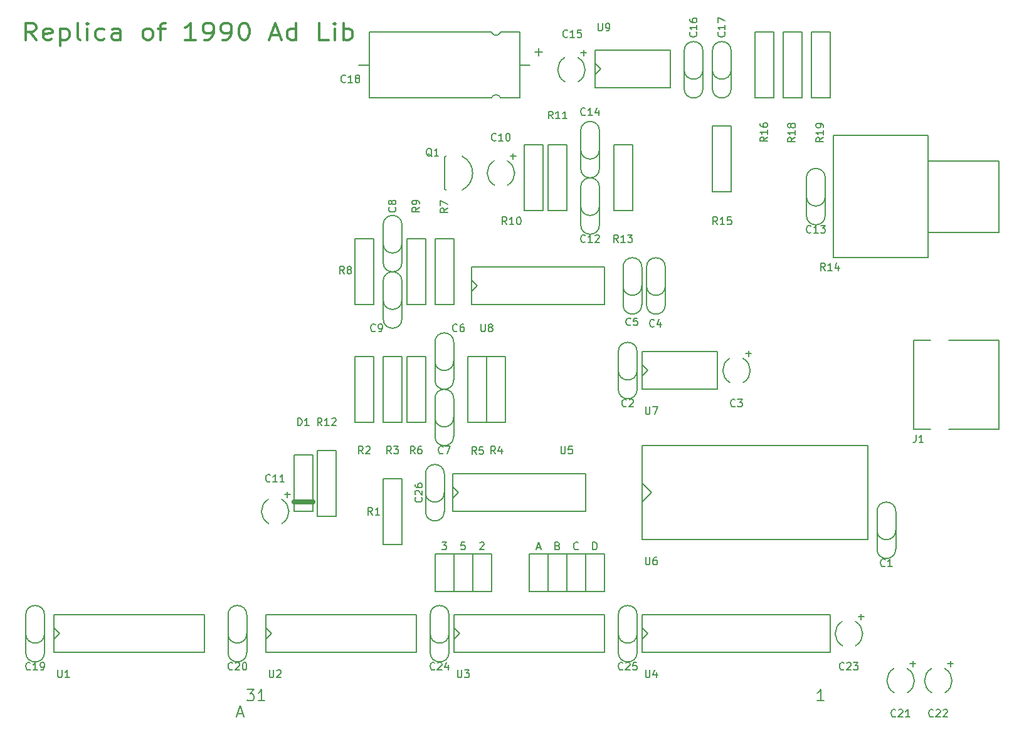
<source format=gto>
G04 #@! TF.FileFunction,Legend,Top*
%FSLAX46Y46*%
G04 Gerber Fmt 4.6, Leading zero omitted, Abs format (unit mm)*
G04 Created by KiCad (PCBNEW 4.0.7) date 07/16/18 15:38:04*
%MOMM*%
%LPD*%
G01*
G04 APERTURE LIST*
%ADD10C,0.100000*%
%ADD11C,0.152400*%
%ADD12C,0.300000*%
%ADD13C,0.635000*%
%ADD14C,0.150000*%
G04 APERTURE END LIST*
D10*
D11*
X100348143Y-124460000D02*
X101073857Y-124460000D01*
X100203000Y-124895429D02*
X100711000Y-123371429D01*
X101219000Y-124895429D01*
X101636285Y-121212429D02*
X102579714Y-121212429D01*
X102071714Y-121793000D01*
X102289428Y-121793000D01*
X102434571Y-121865571D01*
X102507142Y-121938143D01*
X102579714Y-122083286D01*
X102579714Y-122446143D01*
X102507142Y-122591286D01*
X102434571Y-122663857D01*
X102289428Y-122736429D01*
X101854000Y-122736429D01*
X101708857Y-122663857D01*
X101636285Y-122591286D01*
X104031143Y-122736429D02*
X103160286Y-122736429D01*
X103595714Y-122736429D02*
X103595714Y-121212429D01*
X103450571Y-121430143D01*
X103305429Y-121575286D01*
X103160286Y-121647857D01*
X179505429Y-122736429D02*
X178634572Y-122736429D01*
X179070000Y-122736429D02*
X179070000Y-121212429D01*
X178924857Y-121430143D01*
X178779715Y-121575286D01*
X178634572Y-121647857D01*
X148323905Y-102313619D02*
X148323905Y-101297619D01*
X148565810Y-101297619D01*
X148710952Y-101346000D01*
X148807714Y-101442762D01*
X148856095Y-101539524D01*
X148904476Y-101733048D01*
X148904476Y-101878190D01*
X148856095Y-102071714D01*
X148807714Y-102168476D01*
X148710952Y-102265238D01*
X148565810Y-102313619D01*
X148323905Y-102313619D01*
X146364476Y-102216857D02*
X146316095Y-102265238D01*
X146170952Y-102313619D01*
X146074190Y-102313619D01*
X145929048Y-102265238D01*
X145832286Y-102168476D01*
X145783905Y-102071714D01*
X145735524Y-101878190D01*
X145735524Y-101733048D01*
X145783905Y-101539524D01*
X145832286Y-101442762D01*
X145929048Y-101346000D01*
X146074190Y-101297619D01*
X146170952Y-101297619D01*
X146316095Y-101346000D01*
X146364476Y-101394381D01*
X143582571Y-101781429D02*
X143727714Y-101829810D01*
X143776095Y-101878190D01*
X143824476Y-101974952D01*
X143824476Y-102120095D01*
X143776095Y-102216857D01*
X143727714Y-102265238D01*
X143630952Y-102313619D01*
X143243905Y-102313619D01*
X143243905Y-101297619D01*
X143582571Y-101297619D01*
X143679333Y-101346000D01*
X143727714Y-101394381D01*
X143776095Y-101491143D01*
X143776095Y-101587905D01*
X143727714Y-101684667D01*
X143679333Y-101733048D01*
X143582571Y-101781429D01*
X143243905Y-101781429D01*
X140728096Y-102023333D02*
X141211905Y-102023333D01*
X140631334Y-102313619D02*
X140970001Y-101297619D01*
X141308667Y-102313619D01*
X133059715Y-101394381D02*
X133108096Y-101346000D01*
X133204858Y-101297619D01*
X133446762Y-101297619D01*
X133543524Y-101346000D01*
X133591905Y-101394381D01*
X133640286Y-101491143D01*
X133640286Y-101587905D01*
X133591905Y-101733048D01*
X133011334Y-102313619D01*
X133640286Y-102313619D01*
X131051905Y-101297619D02*
X130568096Y-101297619D01*
X130519715Y-101781429D01*
X130568096Y-101733048D01*
X130664858Y-101684667D01*
X130906762Y-101684667D01*
X131003524Y-101733048D01*
X131051905Y-101781429D01*
X131100286Y-101878190D01*
X131100286Y-102120095D01*
X131051905Y-102216857D01*
X131003524Y-102265238D01*
X130906762Y-102313619D01*
X130664858Y-102313619D01*
X130568096Y-102265238D01*
X130519715Y-102216857D01*
X127931334Y-101297619D02*
X128560286Y-101297619D01*
X128221620Y-101684667D01*
X128366762Y-101684667D01*
X128463524Y-101733048D01*
X128511905Y-101781429D01*
X128560286Y-101878190D01*
X128560286Y-102120095D01*
X128511905Y-102216857D01*
X128463524Y-102265238D01*
X128366762Y-102313619D01*
X128076477Y-102313619D01*
X127979715Y-102265238D01*
X127931334Y-102216857D01*
D12*
X73176190Y-33419143D02*
X72329524Y-32330571D01*
X71724762Y-33419143D02*
X71724762Y-31133143D01*
X72692381Y-31133143D01*
X72934286Y-31242000D01*
X73055238Y-31350857D01*
X73176190Y-31568571D01*
X73176190Y-31895143D01*
X73055238Y-32112857D01*
X72934286Y-32221714D01*
X72692381Y-32330571D01*
X71724762Y-32330571D01*
X75232381Y-33310286D02*
X74990476Y-33419143D01*
X74506667Y-33419143D01*
X74264762Y-33310286D01*
X74143810Y-33092571D01*
X74143810Y-32221714D01*
X74264762Y-32004000D01*
X74506667Y-31895143D01*
X74990476Y-31895143D01*
X75232381Y-32004000D01*
X75353333Y-32221714D01*
X75353333Y-32439429D01*
X74143810Y-32657143D01*
X76441905Y-31895143D02*
X76441905Y-34181143D01*
X76441905Y-32004000D02*
X76683810Y-31895143D01*
X77167619Y-31895143D01*
X77409524Y-32004000D01*
X77530476Y-32112857D01*
X77651429Y-32330571D01*
X77651429Y-32983714D01*
X77530476Y-33201429D01*
X77409524Y-33310286D01*
X77167619Y-33419143D01*
X76683810Y-33419143D01*
X76441905Y-33310286D01*
X79102857Y-33419143D02*
X78860952Y-33310286D01*
X78740000Y-33092571D01*
X78740000Y-31133143D01*
X80070476Y-33419143D02*
X80070476Y-31895143D01*
X80070476Y-31133143D02*
X79949524Y-31242000D01*
X80070476Y-31350857D01*
X80191428Y-31242000D01*
X80070476Y-31133143D01*
X80070476Y-31350857D01*
X82368571Y-33310286D02*
X82126667Y-33419143D01*
X81642857Y-33419143D01*
X81400952Y-33310286D01*
X81280000Y-33201429D01*
X81159048Y-32983714D01*
X81159048Y-32330571D01*
X81280000Y-32112857D01*
X81400952Y-32004000D01*
X81642857Y-31895143D01*
X82126667Y-31895143D01*
X82368571Y-32004000D01*
X84545714Y-33419143D02*
X84545714Y-32221714D01*
X84424762Y-32004000D01*
X84182857Y-31895143D01*
X83699048Y-31895143D01*
X83457143Y-32004000D01*
X84545714Y-33310286D02*
X84303810Y-33419143D01*
X83699048Y-33419143D01*
X83457143Y-33310286D01*
X83336191Y-33092571D01*
X83336191Y-32874857D01*
X83457143Y-32657143D01*
X83699048Y-32548286D01*
X84303810Y-32548286D01*
X84545714Y-32439429D01*
X88053333Y-33419143D02*
X87811428Y-33310286D01*
X87690476Y-33201429D01*
X87569524Y-32983714D01*
X87569524Y-32330571D01*
X87690476Y-32112857D01*
X87811428Y-32004000D01*
X88053333Y-31895143D01*
X88416190Y-31895143D01*
X88658095Y-32004000D01*
X88779047Y-32112857D01*
X88900000Y-32330571D01*
X88900000Y-32983714D01*
X88779047Y-33201429D01*
X88658095Y-33310286D01*
X88416190Y-33419143D01*
X88053333Y-33419143D01*
X89625714Y-31895143D02*
X90593333Y-31895143D01*
X89988571Y-33419143D02*
X89988571Y-31459714D01*
X90109523Y-31242000D01*
X90351428Y-31133143D01*
X90593333Y-31133143D01*
X94705714Y-33419143D02*
X93254286Y-33419143D01*
X93980000Y-33419143D02*
X93980000Y-31133143D01*
X93738095Y-31459714D01*
X93496190Y-31677429D01*
X93254286Y-31786286D01*
X95915238Y-33419143D02*
X96399048Y-33419143D01*
X96640953Y-33310286D01*
X96761905Y-33201429D01*
X97003810Y-32874857D01*
X97124762Y-32439429D01*
X97124762Y-31568571D01*
X97003810Y-31350857D01*
X96882857Y-31242000D01*
X96640953Y-31133143D01*
X96157143Y-31133143D01*
X95915238Y-31242000D01*
X95794286Y-31350857D01*
X95673334Y-31568571D01*
X95673334Y-32112857D01*
X95794286Y-32330571D01*
X95915238Y-32439429D01*
X96157143Y-32548286D01*
X96640953Y-32548286D01*
X96882857Y-32439429D01*
X97003810Y-32330571D01*
X97124762Y-32112857D01*
X98334286Y-33419143D02*
X98818096Y-33419143D01*
X99060001Y-33310286D01*
X99180953Y-33201429D01*
X99422858Y-32874857D01*
X99543810Y-32439429D01*
X99543810Y-31568571D01*
X99422858Y-31350857D01*
X99301905Y-31242000D01*
X99060001Y-31133143D01*
X98576191Y-31133143D01*
X98334286Y-31242000D01*
X98213334Y-31350857D01*
X98092382Y-31568571D01*
X98092382Y-32112857D01*
X98213334Y-32330571D01*
X98334286Y-32439429D01*
X98576191Y-32548286D01*
X99060001Y-32548286D01*
X99301905Y-32439429D01*
X99422858Y-32330571D01*
X99543810Y-32112857D01*
X101116191Y-31133143D02*
X101358096Y-31133143D01*
X101600001Y-31242000D01*
X101720953Y-31350857D01*
X101841906Y-31568571D01*
X101962858Y-32004000D01*
X101962858Y-32548286D01*
X101841906Y-32983714D01*
X101720953Y-33201429D01*
X101600001Y-33310286D01*
X101358096Y-33419143D01*
X101116191Y-33419143D01*
X100874287Y-33310286D01*
X100753334Y-33201429D01*
X100632382Y-32983714D01*
X100511430Y-32548286D01*
X100511430Y-32004000D01*
X100632382Y-31568571D01*
X100753334Y-31350857D01*
X100874287Y-31242000D01*
X101116191Y-31133143D01*
X104865716Y-32766000D02*
X106075239Y-32766000D01*
X104623811Y-33419143D02*
X105470477Y-31133143D01*
X106317144Y-33419143D01*
X108252382Y-33419143D02*
X108252382Y-31133143D01*
X108252382Y-33310286D02*
X108010478Y-33419143D01*
X107526668Y-33419143D01*
X107284763Y-33310286D01*
X107163811Y-33201429D01*
X107042859Y-32983714D01*
X107042859Y-32330571D01*
X107163811Y-32112857D01*
X107284763Y-32004000D01*
X107526668Y-31895143D01*
X108010478Y-31895143D01*
X108252382Y-32004000D01*
X112606668Y-33419143D02*
X111397144Y-33419143D01*
X111397144Y-31133143D01*
X113453334Y-33419143D02*
X113453334Y-31895143D01*
X113453334Y-31133143D02*
X113332382Y-31242000D01*
X113453334Y-31350857D01*
X113574286Y-31242000D01*
X113453334Y-31133143D01*
X113453334Y-31350857D01*
X114662858Y-33419143D02*
X114662858Y-31133143D01*
X114662858Y-32004000D02*
X114904763Y-31895143D01*
X115388572Y-31895143D01*
X115630477Y-32004000D01*
X115751429Y-32112857D01*
X115872382Y-32330571D01*
X115872382Y-32983714D01*
X115751429Y-33201429D01*
X115630477Y-33310286D01*
X115388572Y-33419143D01*
X114904763Y-33419143D01*
X114662858Y-33310286D01*
D11*
X191652000Y-86010000D02*
X193952000Y-86010000D01*
X203152000Y-86010000D02*
X196352000Y-86010000D01*
X191652000Y-86010000D02*
X191652000Y-74010000D01*
X203152000Y-86010000D02*
X203152000Y-74010000D01*
X191652000Y-74010000D02*
X193952000Y-74010000D01*
X203152000Y-74010000D02*
X196352000Y-74010000D01*
X156210000Y-94615000D02*
X154940000Y-95885000D01*
X154940000Y-93345000D02*
X156210000Y-94615000D01*
X154940000Y-100965000D02*
X154940000Y-88265000D01*
X185420000Y-100965000D02*
X154940000Y-100965000D01*
X185420000Y-88265000D02*
X185420000Y-100965000D01*
X154940000Y-88265000D02*
X185420000Y-88265000D01*
X158115000Y-69215000D02*
X158115000Y-64135000D01*
X155575000Y-64135000D02*
X155575000Y-69215000D01*
X155575000Y-66675000D02*
G75*
G03X158115000Y-66675000I1270000J0D01*
G01*
X155575000Y-69215000D02*
G75*
G03X158115000Y-69215000I1270000J0D01*
G01*
X158115000Y-64135000D02*
G75*
G03X155575000Y-64135000I-1270000J0D01*
G01*
X154940000Y-69215000D02*
X154940000Y-64135000D01*
X152400000Y-64135000D02*
X152400000Y-69215000D01*
X152400000Y-66675000D02*
G75*
G03X154940000Y-66675000I1270000J0D01*
G01*
X152400000Y-69215000D02*
G75*
G03X154940000Y-69215000I1270000J0D01*
G01*
X154940000Y-64135000D02*
G75*
G03X152400000Y-64135000I-1270000J0D01*
G01*
D13*
X107950000Y-95885000D02*
X110490000Y-95885000D01*
D11*
X107950000Y-97155000D02*
X107950000Y-89535000D01*
X110490000Y-97155000D02*
X107950000Y-97155000D01*
X110490000Y-89535000D02*
X110490000Y-97155000D01*
X107950000Y-89535000D02*
X110490000Y-89535000D01*
X132080000Y-102870000D02*
X132080000Y-107950000D01*
X129540000Y-102870000D02*
X129540000Y-107950000D01*
X127000000Y-107950000D02*
X127000000Y-102870000D01*
X134620000Y-107950000D02*
X127000000Y-107950000D01*
X134620000Y-102870000D02*
X134620000Y-107950000D01*
X127000000Y-102870000D02*
X134620000Y-102870000D01*
X142240000Y-102870000D02*
X142240000Y-107950000D01*
X144780000Y-102870000D02*
X144780000Y-107950000D01*
X147320000Y-102870000D02*
X147320000Y-107950000D01*
X139700000Y-107950000D02*
X139700000Y-102870000D01*
X149860000Y-107950000D02*
X139700000Y-107950000D01*
X149860000Y-102870000D02*
X149860000Y-107950000D01*
X139700000Y-102870000D02*
X149860000Y-102870000D01*
X128522691Y-49146056D02*
G75*
G03X128270000Y-49276000I1017309J-2288944D01*
G01*
X128270000Y-53594000D02*
X128270000Y-49276000D01*
X128522691Y-53723944D02*
G75*
G02X128270000Y-53594000I1017309J2288944D01*
G01*
X130683000Y-53721000D02*
G75*
G03X130683000Y-49149000I-1143000J2286000D01*
G01*
X122555000Y-101600000D02*
X122555000Y-92710000D01*
X120015000Y-101600000D02*
X122555000Y-101600000D01*
X120015000Y-92710000D02*
X120015000Y-101600000D01*
X122555000Y-92710000D02*
X120015000Y-92710000D01*
X118745000Y-85090000D02*
X118745000Y-76200000D01*
X116205000Y-85090000D02*
X118745000Y-85090000D01*
X116205000Y-76200000D02*
X116205000Y-85090000D01*
X118745000Y-76200000D02*
X116205000Y-76200000D01*
X122555000Y-85090000D02*
X122555000Y-76200000D01*
X120015000Y-85090000D02*
X122555000Y-85090000D01*
X120015000Y-76200000D02*
X120015000Y-85090000D01*
X122555000Y-76200000D02*
X120015000Y-76200000D01*
X136525000Y-85090000D02*
X136525000Y-76200000D01*
X133985000Y-85090000D02*
X136525000Y-85090000D01*
X133985000Y-76200000D02*
X133985000Y-85090000D01*
X136525000Y-76200000D02*
X133985000Y-76200000D01*
X133985000Y-85090000D02*
X133985000Y-76200000D01*
X131445000Y-85090000D02*
X133985000Y-85090000D01*
X131445000Y-76200000D02*
X131445000Y-85090000D01*
X133985000Y-76200000D02*
X131445000Y-76200000D01*
X125730000Y-85090000D02*
X125730000Y-76200000D01*
X123190000Y-85090000D02*
X125730000Y-85090000D01*
X123190000Y-76200000D02*
X123190000Y-85090000D01*
X125730000Y-76200000D02*
X123190000Y-76200000D01*
X129540000Y-69215000D02*
X129540000Y-60325000D01*
X127000000Y-69215000D02*
X129540000Y-69215000D01*
X127000000Y-60325000D02*
X127000000Y-69215000D01*
X129540000Y-60325000D02*
X127000000Y-60325000D01*
X116205000Y-60325000D02*
X116205000Y-69215000D01*
X118745000Y-60325000D02*
X116205000Y-60325000D01*
X118745000Y-69215000D02*
X118745000Y-60325000D01*
X116205000Y-69215000D02*
X118745000Y-69215000D01*
X125730000Y-69215000D02*
X125730000Y-60325000D01*
X123190000Y-69215000D02*
X125730000Y-69215000D01*
X123190000Y-60325000D02*
X123190000Y-69215000D01*
X125730000Y-60325000D02*
X123190000Y-60325000D01*
X141605000Y-56515000D02*
X141605000Y-47625000D01*
X139065000Y-56515000D02*
X141605000Y-56515000D01*
X139065000Y-47625000D02*
X139065000Y-56515000D01*
X141605000Y-47625000D02*
X139065000Y-47625000D01*
X144780000Y-56515000D02*
X144780000Y-47625000D01*
X142240000Y-56515000D02*
X144780000Y-56515000D01*
X142240000Y-47625000D02*
X142240000Y-56515000D01*
X144780000Y-47625000D02*
X142240000Y-47625000D01*
X113665000Y-97790000D02*
X113665000Y-88900000D01*
X111125000Y-97790000D02*
X113665000Y-97790000D01*
X111125000Y-88900000D02*
X111125000Y-97790000D01*
X113665000Y-88900000D02*
X111125000Y-88900000D01*
X153670000Y-56515000D02*
X153670000Y-47625000D01*
X151130000Y-56515000D02*
X153670000Y-56515000D01*
X151130000Y-47625000D02*
X151130000Y-56515000D01*
X153670000Y-47625000D02*
X151130000Y-47625000D01*
X203136500Y-49784000D02*
X203136500Y-59436000D01*
X193611500Y-49784000D02*
X203136500Y-49784000D01*
X193611500Y-46355000D02*
X180784500Y-46355000D01*
X180784500Y-46355000D02*
X180784500Y-62865000D01*
X193611500Y-46355000D02*
X193611500Y-62865000D01*
X193611500Y-62865000D02*
X180784500Y-62865000D01*
X193611500Y-59436000D02*
X203136500Y-59436000D01*
X167005000Y-53975000D02*
X167005000Y-45085000D01*
X164465000Y-53975000D02*
X167005000Y-53975000D01*
X164465000Y-45085000D02*
X164465000Y-53975000D01*
X167005000Y-45085000D02*
X164465000Y-45085000D01*
X172720000Y-41275000D02*
X172720000Y-32385000D01*
X170180000Y-41275000D02*
X172720000Y-41275000D01*
X170180000Y-32385000D02*
X170180000Y-41275000D01*
X172720000Y-32385000D02*
X170180000Y-32385000D01*
X173990000Y-32385000D02*
X173990000Y-41275000D01*
X176530000Y-32385000D02*
X173990000Y-32385000D01*
X176530000Y-41275000D02*
X176530000Y-32385000D01*
X173990000Y-41275000D02*
X176530000Y-41275000D01*
X177800000Y-32385000D02*
X177800000Y-41275000D01*
X180340000Y-32385000D02*
X177800000Y-32385000D01*
X180340000Y-41275000D02*
X180340000Y-32385000D01*
X177800000Y-41275000D02*
X180340000Y-41275000D01*
X76327000Y-113665000D02*
X75565000Y-114427000D01*
X75565000Y-112903000D02*
X76327000Y-113665000D01*
X75565000Y-116205000D02*
X75565000Y-111125000D01*
X95885000Y-116205000D02*
X75565000Y-116205000D01*
X95885000Y-111125000D02*
X95885000Y-116205000D01*
X75565000Y-111125000D02*
X95885000Y-111125000D01*
X104902000Y-113665000D02*
X104140000Y-114427000D01*
X104140000Y-112903000D02*
X104902000Y-113665000D01*
X104140000Y-116205000D02*
X104140000Y-111125000D01*
X124460000Y-116205000D02*
X104140000Y-116205000D01*
X124460000Y-111125000D02*
X124460000Y-116205000D01*
X104140000Y-111125000D02*
X124460000Y-111125000D01*
X130302000Y-113665000D02*
X129540000Y-114427000D01*
X129540000Y-112903000D02*
X130302000Y-113665000D01*
X129540000Y-116205000D02*
X129540000Y-111125000D01*
X149860000Y-116205000D02*
X129540000Y-116205000D01*
X149860000Y-111125000D02*
X149860000Y-116205000D01*
X129540000Y-111125000D02*
X149860000Y-111125000D01*
X155702000Y-113665000D02*
X154940000Y-114427000D01*
X154940000Y-112903000D02*
X155702000Y-113665000D01*
X154940000Y-116205000D02*
X154940000Y-111125000D01*
X180340000Y-116205000D02*
X154940000Y-116205000D01*
X180340000Y-111125000D02*
X180340000Y-116205000D01*
X154940000Y-111125000D02*
X180340000Y-111125000D01*
X130175000Y-94615000D02*
X129413000Y-95377000D01*
X129413000Y-93853000D02*
X130175000Y-94615000D01*
X129413000Y-92075000D02*
X147320000Y-92075000D01*
X129413000Y-97155000D02*
X129413000Y-92075000D01*
X147320000Y-97155000D02*
X129413000Y-97155000D01*
X147320000Y-92075000D02*
X147320000Y-97155000D01*
X155702000Y-78105000D02*
X154940000Y-78867000D01*
X154940000Y-77343000D02*
X155702000Y-78105000D01*
X154940000Y-80645000D02*
X154940000Y-75565000D01*
X165100000Y-80645000D02*
X154940000Y-80645000D01*
X165100000Y-75565000D02*
X165100000Y-80645000D01*
X154940000Y-75565000D02*
X165100000Y-75565000D01*
X132715000Y-66675000D02*
X131953000Y-67437000D01*
X131953000Y-65913000D02*
X132715000Y-66675000D01*
X131953000Y-64135000D02*
X149860000Y-64135000D01*
X131953000Y-69215000D02*
X131953000Y-64135000D01*
X149860000Y-69215000D02*
X131953000Y-69215000D01*
X149860000Y-64135000D02*
X149860000Y-69215000D01*
X149352000Y-37338000D02*
X148590000Y-38100000D01*
X148590000Y-36576000D02*
X149352000Y-37338000D01*
X148590000Y-39878000D02*
X148590000Y-34798000D01*
X158750000Y-39878000D02*
X148590000Y-39878000D01*
X158750000Y-34798000D02*
X158750000Y-39878000D01*
X148590000Y-34798000D02*
X158750000Y-34798000D01*
X141478000Y-35052000D02*
X140462000Y-35052000D01*
X140970000Y-35560000D02*
X140970000Y-34544000D01*
X138430000Y-41275000D02*
X135890000Y-41275000D01*
X134620000Y-32385000D02*
X118110000Y-32385000D01*
X134620000Y-32385001D02*
G75*
G03X135890000Y-32385001I635000J254000D01*
G01*
X138430000Y-32385000D02*
X135890000Y-32385000D01*
X118110000Y-36830000D02*
X116713000Y-36830000D01*
X138430000Y-36830000D02*
X139827000Y-36830000D01*
X138430000Y-32385000D02*
X138430000Y-41275000D01*
X118110000Y-41275000D02*
X118110000Y-32385000D01*
X135890000Y-41275000D02*
G75*
G03X134620000Y-41275000I-635000J-254000D01*
G01*
X134620000Y-41275000D02*
X118110000Y-41275000D01*
X128905000Y-116205000D02*
X128905000Y-111125000D01*
X126365000Y-111125000D02*
X126365000Y-116205000D01*
X126365000Y-113665000D02*
G75*
G03X128905000Y-113665000I1270000J0D01*
G01*
X126365000Y-116205000D02*
G75*
G03X128905000Y-116205000I1270000J0D01*
G01*
X128905000Y-111125000D02*
G75*
G03X126365000Y-111125000I-1270000J0D01*
G01*
X154305000Y-80645000D02*
X154305000Y-75565000D01*
X151765000Y-75565000D02*
X151765000Y-80645000D01*
X151765000Y-78105000D02*
G75*
G03X154305000Y-78105000I1270000J0D01*
G01*
X151765000Y-80645000D02*
G75*
G03X154305000Y-80645000I1270000J0D01*
G01*
X154305000Y-75565000D02*
G75*
G03X151765000Y-75565000I-1270000J0D01*
G01*
X154305000Y-116205000D02*
X154305000Y-111125000D01*
X151765000Y-111125000D02*
X151765000Y-116205000D01*
X151765000Y-113665000D02*
G75*
G03X154305000Y-113665000I1270000J0D01*
G01*
X151765000Y-116205000D02*
G75*
G03X154305000Y-116205000I1270000J0D01*
G01*
X154305000Y-111125000D02*
G75*
G03X151765000Y-111125000I-1270000J0D01*
G01*
X101600000Y-116205000D02*
X101600000Y-111125000D01*
X99060000Y-111125000D02*
X99060000Y-116205000D01*
X99060000Y-113665000D02*
G75*
G03X101600000Y-113665000I1270000J0D01*
G01*
X99060000Y-116205000D02*
G75*
G03X101600000Y-116205000I1270000J0D01*
G01*
X101600000Y-111125000D02*
G75*
G03X99060000Y-111125000I-1270000J0D01*
G01*
X74295000Y-116205000D02*
X74295000Y-111125000D01*
X71755000Y-111125000D02*
X71755000Y-116205000D01*
X71755000Y-113665000D02*
G75*
G03X74295000Y-113665000I1270000J0D01*
G01*
X71755000Y-116205000D02*
G75*
G03X74295000Y-116205000I1270000J0D01*
G01*
X74295000Y-111125000D02*
G75*
G03X71755000Y-111125000I-1270000J0D01*
G01*
X128270000Y-97155000D02*
X128270000Y-92075000D01*
X125730000Y-92075000D02*
X125730000Y-97155000D01*
X125730000Y-94615000D02*
G75*
G03X128270000Y-94615000I1270000J0D01*
G01*
X125730000Y-97155000D02*
G75*
G03X128270000Y-97155000I1270000J0D01*
G01*
X128270000Y-92075000D02*
G75*
G03X125730000Y-92075000I-1270000J0D01*
G01*
X189230000Y-102235000D02*
X189230000Y-97155000D01*
X186690000Y-97155000D02*
X186690000Y-102235000D01*
X186690000Y-99695000D02*
G75*
G03X189230000Y-99695000I1270000J0D01*
G01*
X186690000Y-102235000D02*
G75*
G03X189230000Y-102235000I1270000J0D01*
G01*
X189230000Y-97155000D02*
G75*
G03X186690000Y-97155000I-1270000J0D01*
G01*
X129540000Y-86995000D02*
X129540000Y-81915000D01*
X127000000Y-81915000D02*
X127000000Y-86995000D01*
X127000000Y-84455000D02*
G75*
G03X129540000Y-84455000I1270000J0D01*
G01*
X127000000Y-86995000D02*
G75*
G03X129540000Y-86995000I1270000J0D01*
G01*
X129540000Y-81915000D02*
G75*
G03X127000000Y-81915000I-1270000J0D01*
G01*
X129540000Y-79375000D02*
X129540000Y-74295000D01*
X127000000Y-74295000D02*
X127000000Y-79375000D01*
X127000000Y-76835000D02*
G75*
G03X129540000Y-76835000I1270000J0D01*
G01*
X127000000Y-79375000D02*
G75*
G03X129540000Y-79375000I1270000J0D01*
G01*
X129540000Y-74295000D02*
G75*
G03X127000000Y-74295000I-1270000J0D01*
G01*
X122555000Y-71120000D02*
X122555000Y-66040000D01*
X120015000Y-66040000D02*
X120015000Y-71120000D01*
X120015000Y-68580000D02*
G75*
G03X122555000Y-68580000I1270000J0D01*
G01*
X120015000Y-71120000D02*
G75*
G03X122555000Y-71120000I1270000J0D01*
G01*
X122555000Y-66040000D02*
G75*
G03X120015000Y-66040000I-1270000J0D01*
G01*
X122555000Y-63500000D02*
X122555000Y-58420000D01*
X120015000Y-58420000D02*
X120015000Y-63500000D01*
X120015000Y-60960000D02*
G75*
G03X122555000Y-60960000I1270000J0D01*
G01*
X120015000Y-63500000D02*
G75*
G03X122555000Y-63500000I1270000J0D01*
G01*
X122555000Y-58420000D02*
G75*
G03X120015000Y-58420000I-1270000J0D01*
G01*
X149225000Y-58420000D02*
X149225000Y-53340000D01*
X146685000Y-53340000D02*
X146685000Y-58420000D01*
X146685000Y-55880000D02*
G75*
G03X149225000Y-55880000I1270000J0D01*
G01*
X146685000Y-58420000D02*
G75*
G03X149225000Y-58420000I1270000J0D01*
G01*
X149225000Y-53340000D02*
G75*
G03X146685000Y-53340000I-1270000J0D01*
G01*
X149225000Y-50800000D02*
X149225000Y-45720000D01*
X146685000Y-45720000D02*
X146685000Y-50800000D01*
X146685000Y-48260000D02*
G75*
G03X149225000Y-48260000I1270000J0D01*
G01*
X146685000Y-50800000D02*
G75*
G03X149225000Y-50800000I1270000J0D01*
G01*
X149225000Y-45720000D02*
G75*
G03X146685000Y-45720000I-1270000J0D01*
G01*
X163195000Y-40005000D02*
X163195000Y-34925000D01*
X160655000Y-34925000D02*
X160655000Y-40005000D01*
X160655000Y-37465000D02*
G75*
G03X163195000Y-37465000I1270000J0D01*
G01*
X160655000Y-40005000D02*
G75*
G03X163195000Y-40005000I1270000J0D01*
G01*
X163195000Y-34925000D02*
G75*
G03X160655000Y-34925000I-1270000J0D01*
G01*
X167005000Y-40005000D02*
X167005000Y-34925000D01*
X164465000Y-34925000D02*
X164465000Y-40005000D01*
X164465000Y-37465000D02*
G75*
G03X167005000Y-37465000I1270000J0D01*
G01*
X164465000Y-40005000D02*
G75*
G03X167005000Y-40005000I1270000J0D01*
G01*
X167005000Y-34925000D02*
G75*
G03X164465000Y-34925000I-1270000J0D01*
G01*
X179705000Y-57150000D02*
X179705000Y-52070000D01*
X177165000Y-52070000D02*
X177165000Y-57150000D01*
X177165000Y-54610000D02*
G75*
G03X179705000Y-54610000I1270000J0D01*
G01*
X177165000Y-57150000D02*
G75*
G03X179705000Y-57150000I1270000J0D01*
G01*
X179705000Y-52070000D02*
G75*
G03X177165000Y-52070000I-1270000J0D01*
G01*
X183810326Y-115293071D02*
G75*
G03X183769000Y-112014000I-930326J1628071D01*
G01*
X184531000Y-110998000D02*
X184531000Y-111760000D01*
X184912000Y-111379000D02*
X184150000Y-111379000D01*
X181991000Y-112014000D02*
G75*
G03X182032326Y-115293071I930326J-1628071D01*
G01*
X190795326Y-121643071D02*
G75*
G03X190754000Y-118364000I-930326J1628071D01*
G01*
X191516000Y-117348000D02*
X191516000Y-118110000D01*
X191897000Y-117729000D02*
X191135000Y-117729000D01*
X188976000Y-118364000D02*
G75*
G03X189017326Y-121643071I930326J-1628071D01*
G01*
X195875326Y-121643071D02*
G75*
G03X195834000Y-118364000I-930326J1628071D01*
G01*
X196596000Y-117348000D02*
X196596000Y-118110000D01*
X196977000Y-117729000D02*
X196215000Y-117729000D01*
X194056000Y-118364000D02*
G75*
G03X194097326Y-121643071I930326J-1628071D01*
G01*
X106340326Y-98783071D02*
G75*
G03X106299000Y-95504000I-930326J1628071D01*
G01*
X107061000Y-94488000D02*
X107061000Y-95250000D01*
X107442000Y-94869000D02*
X106680000Y-94869000D01*
X104521000Y-95504000D02*
G75*
G03X104562326Y-98783071I930326J-1628071D01*
G01*
X168633826Y-79733071D02*
G75*
G03X168592500Y-76454000I-930326J1628071D01*
G01*
X169354500Y-75438000D02*
X169354500Y-76200000D01*
X169735500Y-75819000D02*
X168973500Y-75819000D01*
X166814500Y-76454000D02*
G75*
G03X166855826Y-79733071I930326J-1628071D01*
G01*
X136820326Y-53063071D02*
G75*
G03X136779000Y-49784000I-930326J1628071D01*
G01*
X137541000Y-48768000D02*
X137541000Y-49530000D01*
X137922000Y-49149000D02*
X137160000Y-49149000D01*
X135001000Y-49784000D02*
G75*
G03X135042326Y-53063071I930326J-1628071D01*
G01*
X146345326Y-39093071D02*
G75*
G03X146304000Y-35814000I-930326J1628071D01*
G01*
X147066000Y-34798000D02*
X147066000Y-35560000D01*
X147447000Y-35179000D02*
X146685000Y-35179000D01*
X144526000Y-35814000D02*
G75*
G03X144567326Y-39093071I930326J-1628071D01*
G01*
D14*
X191944667Y-86828381D02*
X191944667Y-87542667D01*
X191897047Y-87685524D01*
X191801809Y-87780762D01*
X191658952Y-87828381D01*
X191563714Y-87828381D01*
X192944667Y-87828381D02*
X192373238Y-87828381D01*
X192658952Y-87828381D02*
X192658952Y-86828381D01*
X192563714Y-86971238D01*
X192468476Y-87066476D01*
X192373238Y-87114095D01*
X155448095Y-103338381D02*
X155448095Y-104147905D01*
X155495714Y-104243143D01*
X155543333Y-104290762D01*
X155638571Y-104338381D01*
X155829048Y-104338381D01*
X155924286Y-104290762D01*
X155971905Y-104243143D01*
X156019524Y-104147905D01*
X156019524Y-103338381D01*
X156924286Y-103338381D02*
X156733809Y-103338381D01*
X156638571Y-103386000D01*
X156590952Y-103433619D01*
X156495714Y-103576476D01*
X156448095Y-103766952D01*
X156448095Y-104147905D01*
X156495714Y-104243143D01*
X156543333Y-104290762D01*
X156638571Y-104338381D01*
X156829048Y-104338381D01*
X156924286Y-104290762D01*
X156971905Y-104243143D01*
X157019524Y-104147905D01*
X157019524Y-103909810D01*
X156971905Y-103814571D01*
X156924286Y-103766952D01*
X156829048Y-103719333D01*
X156638571Y-103719333D01*
X156543333Y-103766952D01*
X156495714Y-103814571D01*
X156448095Y-103909810D01*
X156614834Y-72112143D02*
X156567215Y-72159762D01*
X156424358Y-72207381D01*
X156329120Y-72207381D01*
X156186262Y-72159762D01*
X156091024Y-72064524D01*
X156043405Y-71969286D01*
X155995786Y-71778810D01*
X155995786Y-71635952D01*
X156043405Y-71445476D01*
X156091024Y-71350238D01*
X156186262Y-71255000D01*
X156329120Y-71207381D01*
X156424358Y-71207381D01*
X156567215Y-71255000D01*
X156614834Y-71302619D01*
X157471977Y-71540714D02*
X157471977Y-72207381D01*
X157233881Y-71159762D02*
X156995786Y-71874048D01*
X157614834Y-71874048D01*
X153439834Y-71921643D02*
X153392215Y-71969262D01*
X153249358Y-72016881D01*
X153154120Y-72016881D01*
X153011262Y-71969262D01*
X152916024Y-71874024D01*
X152868405Y-71778786D01*
X152820786Y-71588310D01*
X152820786Y-71445452D01*
X152868405Y-71254976D01*
X152916024Y-71159738D01*
X153011262Y-71064500D01*
X153154120Y-71016881D01*
X153249358Y-71016881D01*
X153392215Y-71064500D01*
X153439834Y-71112119D01*
X154344596Y-71016881D02*
X153868405Y-71016881D01*
X153820786Y-71493071D01*
X153868405Y-71445452D01*
X153963643Y-71397833D01*
X154201739Y-71397833D01*
X154296977Y-71445452D01*
X154344596Y-71493071D01*
X154392215Y-71588310D01*
X154392215Y-71826405D01*
X154344596Y-71921643D01*
X154296977Y-71969262D01*
X154201739Y-72016881D01*
X153963643Y-72016881D01*
X153868405Y-71969262D01*
X153820786Y-71921643D01*
X108481905Y-85542381D02*
X108481905Y-84542381D01*
X108720000Y-84542381D01*
X108862858Y-84590000D01*
X108958096Y-84685238D01*
X109005715Y-84780476D01*
X109053334Y-84970952D01*
X109053334Y-85113810D01*
X109005715Y-85304286D01*
X108958096Y-85399524D01*
X108862858Y-85494762D01*
X108720000Y-85542381D01*
X108481905Y-85542381D01*
X110005715Y-85542381D02*
X109434286Y-85542381D01*
X109720000Y-85542381D02*
X109720000Y-84542381D01*
X109624762Y-84685238D01*
X109529524Y-84780476D01*
X109434286Y-84828095D01*
X126587262Y-49188619D02*
X126492024Y-49141000D01*
X126396786Y-49045762D01*
X126253929Y-48902905D01*
X126158690Y-48855286D01*
X126063452Y-48855286D01*
X126111071Y-49093381D02*
X126015833Y-49045762D01*
X125920595Y-48950524D01*
X125872976Y-48760048D01*
X125872976Y-48426714D01*
X125920595Y-48236238D01*
X126015833Y-48141000D01*
X126111071Y-48093381D01*
X126301548Y-48093381D01*
X126396786Y-48141000D01*
X126492024Y-48236238D01*
X126539643Y-48426714D01*
X126539643Y-48760048D01*
X126492024Y-48950524D01*
X126396786Y-49045762D01*
X126301548Y-49093381D01*
X126111071Y-49093381D01*
X127492024Y-49093381D02*
X126920595Y-49093381D01*
X127206309Y-49093381D02*
X127206309Y-48093381D01*
X127111071Y-48236238D01*
X127015833Y-48331476D01*
X126920595Y-48379095D01*
X118578334Y-97607381D02*
X118245000Y-97131190D01*
X118006905Y-97607381D02*
X118006905Y-96607381D01*
X118387858Y-96607381D01*
X118483096Y-96655000D01*
X118530715Y-96702619D01*
X118578334Y-96797857D01*
X118578334Y-96940714D01*
X118530715Y-97035952D01*
X118483096Y-97083571D01*
X118387858Y-97131190D01*
X118006905Y-97131190D01*
X119530715Y-97607381D02*
X118959286Y-97607381D01*
X119245000Y-97607381D02*
X119245000Y-96607381D01*
X119149762Y-96750238D01*
X119054524Y-96845476D01*
X118959286Y-96893095D01*
X117308334Y-89352381D02*
X116975000Y-88876190D01*
X116736905Y-89352381D02*
X116736905Y-88352381D01*
X117117858Y-88352381D01*
X117213096Y-88400000D01*
X117260715Y-88447619D01*
X117308334Y-88542857D01*
X117308334Y-88685714D01*
X117260715Y-88780952D01*
X117213096Y-88828571D01*
X117117858Y-88876190D01*
X116736905Y-88876190D01*
X117689286Y-88447619D02*
X117736905Y-88400000D01*
X117832143Y-88352381D01*
X118070239Y-88352381D01*
X118165477Y-88400000D01*
X118213096Y-88447619D01*
X118260715Y-88542857D01*
X118260715Y-88638095D01*
X118213096Y-88780952D01*
X117641667Y-89352381D01*
X118260715Y-89352381D01*
X121118334Y-89352381D02*
X120785000Y-88876190D01*
X120546905Y-89352381D02*
X120546905Y-88352381D01*
X120927858Y-88352381D01*
X121023096Y-88400000D01*
X121070715Y-88447619D01*
X121118334Y-88542857D01*
X121118334Y-88685714D01*
X121070715Y-88780952D01*
X121023096Y-88828571D01*
X120927858Y-88876190D01*
X120546905Y-88876190D01*
X121451667Y-88352381D02*
X122070715Y-88352381D01*
X121737381Y-88733333D01*
X121880239Y-88733333D01*
X121975477Y-88780952D01*
X122023096Y-88828571D01*
X122070715Y-88923810D01*
X122070715Y-89161905D01*
X122023096Y-89257143D01*
X121975477Y-89304762D01*
X121880239Y-89352381D01*
X121594524Y-89352381D01*
X121499286Y-89304762D01*
X121451667Y-89257143D01*
X135151834Y-89352381D02*
X134818500Y-88876190D01*
X134580405Y-89352381D02*
X134580405Y-88352381D01*
X134961358Y-88352381D01*
X135056596Y-88400000D01*
X135104215Y-88447619D01*
X135151834Y-88542857D01*
X135151834Y-88685714D01*
X135104215Y-88780952D01*
X135056596Y-88828571D01*
X134961358Y-88876190D01*
X134580405Y-88876190D01*
X136008977Y-88685714D02*
X136008977Y-89352381D01*
X135770881Y-88304762D02*
X135532786Y-89019048D01*
X136151834Y-89019048D01*
X132611834Y-89415881D02*
X132278500Y-88939690D01*
X132040405Y-89415881D02*
X132040405Y-88415881D01*
X132421358Y-88415881D01*
X132516596Y-88463500D01*
X132564215Y-88511119D01*
X132611834Y-88606357D01*
X132611834Y-88749214D01*
X132564215Y-88844452D01*
X132516596Y-88892071D01*
X132421358Y-88939690D01*
X132040405Y-88939690D01*
X133516596Y-88415881D02*
X133040405Y-88415881D01*
X132992786Y-88892071D01*
X133040405Y-88844452D01*
X133135643Y-88796833D01*
X133373739Y-88796833D01*
X133468977Y-88844452D01*
X133516596Y-88892071D01*
X133564215Y-88987310D01*
X133564215Y-89225405D01*
X133516596Y-89320643D01*
X133468977Y-89368262D01*
X133373739Y-89415881D01*
X133135643Y-89415881D01*
X133040405Y-89368262D01*
X132992786Y-89320643D01*
X124293334Y-89352381D02*
X123960000Y-88876190D01*
X123721905Y-89352381D02*
X123721905Y-88352381D01*
X124102858Y-88352381D01*
X124198096Y-88400000D01*
X124245715Y-88447619D01*
X124293334Y-88542857D01*
X124293334Y-88685714D01*
X124245715Y-88780952D01*
X124198096Y-88828571D01*
X124102858Y-88876190D01*
X123721905Y-88876190D01*
X125150477Y-88352381D02*
X124960000Y-88352381D01*
X124864762Y-88400000D01*
X124817143Y-88447619D01*
X124721905Y-88590476D01*
X124674286Y-88780952D01*
X124674286Y-89161905D01*
X124721905Y-89257143D01*
X124769524Y-89304762D01*
X124864762Y-89352381D01*
X125055239Y-89352381D01*
X125150477Y-89304762D01*
X125198096Y-89257143D01*
X125245715Y-89161905D01*
X125245715Y-88923810D01*
X125198096Y-88828571D01*
X125150477Y-88780952D01*
X125055239Y-88733333D01*
X124864762Y-88733333D01*
X124769524Y-88780952D01*
X124721905Y-88828571D01*
X124674286Y-88923810D01*
X128722381Y-56173666D02*
X128246190Y-56507000D01*
X128722381Y-56745095D02*
X127722381Y-56745095D01*
X127722381Y-56364142D01*
X127770000Y-56268904D01*
X127817619Y-56221285D01*
X127912857Y-56173666D01*
X128055714Y-56173666D01*
X128150952Y-56221285D01*
X128198571Y-56268904D01*
X128246190Y-56364142D01*
X128246190Y-56745095D01*
X127722381Y-55840333D02*
X127722381Y-55173666D01*
X128722381Y-55602238D01*
X114768334Y-65031881D02*
X114435000Y-64555690D01*
X114196905Y-65031881D02*
X114196905Y-64031881D01*
X114577858Y-64031881D01*
X114673096Y-64079500D01*
X114720715Y-64127119D01*
X114768334Y-64222357D01*
X114768334Y-64365214D01*
X114720715Y-64460452D01*
X114673096Y-64508071D01*
X114577858Y-64555690D01*
X114196905Y-64555690D01*
X115339762Y-64460452D02*
X115244524Y-64412833D01*
X115196905Y-64365214D01*
X115149286Y-64269976D01*
X115149286Y-64222357D01*
X115196905Y-64127119D01*
X115244524Y-64079500D01*
X115339762Y-64031881D01*
X115530239Y-64031881D01*
X115625477Y-64079500D01*
X115673096Y-64127119D01*
X115720715Y-64222357D01*
X115720715Y-64269976D01*
X115673096Y-64365214D01*
X115625477Y-64412833D01*
X115530239Y-64460452D01*
X115339762Y-64460452D01*
X115244524Y-64508071D01*
X115196905Y-64555690D01*
X115149286Y-64650929D01*
X115149286Y-64841405D01*
X115196905Y-64936643D01*
X115244524Y-64984262D01*
X115339762Y-65031881D01*
X115530239Y-65031881D01*
X115625477Y-64984262D01*
X115673096Y-64936643D01*
X115720715Y-64841405D01*
X115720715Y-64650929D01*
X115673096Y-64555690D01*
X115625477Y-64508071D01*
X115530239Y-64460452D01*
X124912381Y-56046666D02*
X124436190Y-56380000D01*
X124912381Y-56618095D02*
X123912381Y-56618095D01*
X123912381Y-56237142D01*
X123960000Y-56141904D01*
X124007619Y-56094285D01*
X124102857Y-56046666D01*
X124245714Y-56046666D01*
X124340952Y-56094285D01*
X124388571Y-56141904D01*
X124436190Y-56237142D01*
X124436190Y-56618095D01*
X124912381Y-55570476D02*
X124912381Y-55380000D01*
X124864762Y-55284761D01*
X124817143Y-55237142D01*
X124674286Y-55141904D01*
X124483810Y-55094285D01*
X124102857Y-55094285D01*
X124007619Y-55141904D01*
X123960000Y-55189523D01*
X123912381Y-55284761D01*
X123912381Y-55475238D01*
X123960000Y-55570476D01*
X124007619Y-55618095D01*
X124102857Y-55665714D01*
X124340952Y-55665714D01*
X124436190Y-55618095D01*
X124483810Y-55570476D01*
X124531429Y-55475238D01*
X124531429Y-55284761D01*
X124483810Y-55189523D01*
X124436190Y-55141904D01*
X124340952Y-55094285D01*
X136707643Y-58364381D02*
X136374309Y-57888190D01*
X136136214Y-58364381D02*
X136136214Y-57364381D01*
X136517167Y-57364381D01*
X136612405Y-57412000D01*
X136660024Y-57459619D01*
X136707643Y-57554857D01*
X136707643Y-57697714D01*
X136660024Y-57792952D01*
X136612405Y-57840571D01*
X136517167Y-57888190D01*
X136136214Y-57888190D01*
X137660024Y-58364381D02*
X137088595Y-58364381D01*
X137374309Y-58364381D02*
X137374309Y-57364381D01*
X137279071Y-57507238D01*
X137183833Y-57602476D01*
X137088595Y-57650095D01*
X138279071Y-57364381D02*
X138374310Y-57364381D01*
X138469548Y-57412000D01*
X138517167Y-57459619D01*
X138564786Y-57554857D01*
X138612405Y-57745333D01*
X138612405Y-57983429D01*
X138564786Y-58173905D01*
X138517167Y-58269143D01*
X138469548Y-58316762D01*
X138374310Y-58364381D01*
X138279071Y-58364381D01*
X138183833Y-58316762D01*
X138136214Y-58269143D01*
X138088595Y-58173905D01*
X138040976Y-57983429D01*
X138040976Y-57745333D01*
X138088595Y-57554857D01*
X138136214Y-57459619D01*
X138183833Y-57412000D01*
X138279071Y-57364381D01*
X142930643Y-44076881D02*
X142597309Y-43600690D01*
X142359214Y-44076881D02*
X142359214Y-43076881D01*
X142740167Y-43076881D01*
X142835405Y-43124500D01*
X142883024Y-43172119D01*
X142930643Y-43267357D01*
X142930643Y-43410214D01*
X142883024Y-43505452D01*
X142835405Y-43553071D01*
X142740167Y-43600690D01*
X142359214Y-43600690D01*
X143883024Y-44076881D02*
X143311595Y-44076881D01*
X143597309Y-44076881D02*
X143597309Y-43076881D01*
X143502071Y-43219738D01*
X143406833Y-43314976D01*
X143311595Y-43362595D01*
X144835405Y-44076881D02*
X144263976Y-44076881D01*
X144549690Y-44076881D02*
X144549690Y-43076881D01*
X144454452Y-43219738D01*
X144359214Y-43314976D01*
X144263976Y-43362595D01*
X111752143Y-85542381D02*
X111418809Y-85066190D01*
X111180714Y-85542381D02*
X111180714Y-84542381D01*
X111561667Y-84542381D01*
X111656905Y-84590000D01*
X111704524Y-84637619D01*
X111752143Y-84732857D01*
X111752143Y-84875714D01*
X111704524Y-84970952D01*
X111656905Y-85018571D01*
X111561667Y-85066190D01*
X111180714Y-85066190D01*
X112704524Y-85542381D02*
X112133095Y-85542381D01*
X112418809Y-85542381D02*
X112418809Y-84542381D01*
X112323571Y-84685238D01*
X112228333Y-84780476D01*
X112133095Y-84828095D01*
X113085476Y-84637619D02*
X113133095Y-84590000D01*
X113228333Y-84542381D01*
X113466429Y-84542381D01*
X113561667Y-84590000D01*
X113609286Y-84637619D01*
X113656905Y-84732857D01*
X113656905Y-84828095D01*
X113609286Y-84970952D01*
X113037857Y-85542381D01*
X113656905Y-85542381D01*
X151757143Y-60777381D02*
X151423809Y-60301190D01*
X151185714Y-60777381D02*
X151185714Y-59777381D01*
X151566667Y-59777381D01*
X151661905Y-59825000D01*
X151709524Y-59872619D01*
X151757143Y-59967857D01*
X151757143Y-60110714D01*
X151709524Y-60205952D01*
X151661905Y-60253571D01*
X151566667Y-60301190D01*
X151185714Y-60301190D01*
X152709524Y-60777381D02*
X152138095Y-60777381D01*
X152423809Y-60777381D02*
X152423809Y-59777381D01*
X152328571Y-59920238D01*
X152233333Y-60015476D01*
X152138095Y-60063095D01*
X153042857Y-59777381D02*
X153661905Y-59777381D01*
X153328571Y-60158333D01*
X153471429Y-60158333D01*
X153566667Y-60205952D01*
X153614286Y-60253571D01*
X153661905Y-60348810D01*
X153661905Y-60586905D01*
X153614286Y-60682143D01*
X153566667Y-60729762D01*
X153471429Y-60777381D01*
X153185714Y-60777381D01*
X153090476Y-60729762D01*
X153042857Y-60682143D01*
X179697143Y-64587381D02*
X179363809Y-64111190D01*
X179125714Y-64587381D02*
X179125714Y-63587381D01*
X179506667Y-63587381D01*
X179601905Y-63635000D01*
X179649524Y-63682619D01*
X179697143Y-63777857D01*
X179697143Y-63920714D01*
X179649524Y-64015952D01*
X179601905Y-64063571D01*
X179506667Y-64111190D01*
X179125714Y-64111190D01*
X180649524Y-64587381D02*
X180078095Y-64587381D01*
X180363809Y-64587381D02*
X180363809Y-63587381D01*
X180268571Y-63730238D01*
X180173333Y-63825476D01*
X180078095Y-63873095D01*
X181506667Y-63920714D02*
X181506667Y-64587381D01*
X181268571Y-63539762D02*
X181030476Y-64254048D01*
X181649524Y-64254048D01*
X165155643Y-58364381D02*
X164822309Y-57888190D01*
X164584214Y-58364381D02*
X164584214Y-57364381D01*
X164965167Y-57364381D01*
X165060405Y-57412000D01*
X165108024Y-57459619D01*
X165155643Y-57554857D01*
X165155643Y-57697714D01*
X165108024Y-57792952D01*
X165060405Y-57840571D01*
X164965167Y-57888190D01*
X164584214Y-57888190D01*
X166108024Y-58364381D02*
X165536595Y-58364381D01*
X165822309Y-58364381D02*
X165822309Y-57364381D01*
X165727071Y-57507238D01*
X165631833Y-57602476D01*
X165536595Y-57650095D01*
X167012786Y-57364381D02*
X166536595Y-57364381D01*
X166488976Y-57840571D01*
X166536595Y-57792952D01*
X166631833Y-57745333D01*
X166869929Y-57745333D01*
X166965167Y-57792952D01*
X167012786Y-57840571D01*
X167060405Y-57935810D01*
X167060405Y-58173905D01*
X167012786Y-58269143D01*
X166965167Y-58316762D01*
X166869929Y-58364381D01*
X166631833Y-58364381D01*
X166536595Y-58316762D01*
X166488976Y-58269143D01*
X171902381Y-46553357D02*
X171426190Y-46886691D01*
X171902381Y-47124786D02*
X170902381Y-47124786D01*
X170902381Y-46743833D01*
X170950000Y-46648595D01*
X170997619Y-46600976D01*
X171092857Y-46553357D01*
X171235714Y-46553357D01*
X171330952Y-46600976D01*
X171378571Y-46648595D01*
X171426190Y-46743833D01*
X171426190Y-47124786D01*
X171902381Y-45600976D02*
X171902381Y-46172405D01*
X171902381Y-45886691D02*
X170902381Y-45886691D01*
X171045238Y-45981929D01*
X171140476Y-46077167D01*
X171188095Y-46172405D01*
X170902381Y-44743833D02*
X170902381Y-44934310D01*
X170950000Y-45029548D01*
X170997619Y-45077167D01*
X171140476Y-45172405D01*
X171330952Y-45220024D01*
X171711905Y-45220024D01*
X171807143Y-45172405D01*
X171854762Y-45124786D01*
X171902381Y-45029548D01*
X171902381Y-44839071D01*
X171854762Y-44743833D01*
X171807143Y-44696214D01*
X171711905Y-44648595D01*
X171473810Y-44648595D01*
X171378571Y-44696214D01*
X171330952Y-44743833D01*
X171283333Y-44839071D01*
X171283333Y-45029548D01*
X171330952Y-45124786D01*
X171378571Y-45172405D01*
X171473810Y-45220024D01*
X175648881Y-46616857D02*
X175172690Y-46950191D01*
X175648881Y-47188286D02*
X174648881Y-47188286D01*
X174648881Y-46807333D01*
X174696500Y-46712095D01*
X174744119Y-46664476D01*
X174839357Y-46616857D01*
X174982214Y-46616857D01*
X175077452Y-46664476D01*
X175125071Y-46712095D01*
X175172690Y-46807333D01*
X175172690Y-47188286D01*
X175648881Y-45664476D02*
X175648881Y-46235905D01*
X175648881Y-45950191D02*
X174648881Y-45950191D01*
X174791738Y-46045429D01*
X174886976Y-46140667D01*
X174934595Y-46235905D01*
X175077452Y-45093048D02*
X175029833Y-45188286D01*
X174982214Y-45235905D01*
X174886976Y-45283524D01*
X174839357Y-45283524D01*
X174744119Y-45235905D01*
X174696500Y-45188286D01*
X174648881Y-45093048D01*
X174648881Y-44902571D01*
X174696500Y-44807333D01*
X174744119Y-44759714D01*
X174839357Y-44712095D01*
X174886976Y-44712095D01*
X174982214Y-44759714D01*
X175029833Y-44807333D01*
X175077452Y-44902571D01*
X175077452Y-45093048D01*
X175125071Y-45188286D01*
X175172690Y-45235905D01*
X175267929Y-45283524D01*
X175458405Y-45283524D01*
X175553643Y-45235905D01*
X175601262Y-45188286D01*
X175648881Y-45093048D01*
X175648881Y-44902571D01*
X175601262Y-44807333D01*
X175553643Y-44759714D01*
X175458405Y-44712095D01*
X175267929Y-44712095D01*
X175172690Y-44759714D01*
X175125071Y-44807333D01*
X175077452Y-44902571D01*
X179458881Y-46616857D02*
X178982690Y-46950191D01*
X179458881Y-47188286D02*
X178458881Y-47188286D01*
X178458881Y-46807333D01*
X178506500Y-46712095D01*
X178554119Y-46664476D01*
X178649357Y-46616857D01*
X178792214Y-46616857D01*
X178887452Y-46664476D01*
X178935071Y-46712095D01*
X178982690Y-46807333D01*
X178982690Y-47188286D01*
X179458881Y-45664476D02*
X179458881Y-46235905D01*
X179458881Y-45950191D02*
X178458881Y-45950191D01*
X178601738Y-46045429D01*
X178696976Y-46140667D01*
X178744595Y-46235905D01*
X179458881Y-45188286D02*
X179458881Y-44997810D01*
X179411262Y-44902571D01*
X179363643Y-44854952D01*
X179220786Y-44759714D01*
X179030310Y-44712095D01*
X178649357Y-44712095D01*
X178554119Y-44759714D01*
X178506500Y-44807333D01*
X178458881Y-44902571D01*
X178458881Y-45093048D01*
X178506500Y-45188286D01*
X178554119Y-45235905D01*
X178649357Y-45283524D01*
X178887452Y-45283524D01*
X178982690Y-45235905D01*
X179030310Y-45188286D01*
X179077929Y-45093048D01*
X179077929Y-44902571D01*
X179030310Y-44807333D01*
X178982690Y-44759714D01*
X178887452Y-44712095D01*
X76073095Y-118578381D02*
X76073095Y-119387905D01*
X76120714Y-119483143D01*
X76168333Y-119530762D01*
X76263571Y-119578381D01*
X76454048Y-119578381D01*
X76549286Y-119530762D01*
X76596905Y-119483143D01*
X76644524Y-119387905D01*
X76644524Y-118578381D01*
X77644524Y-119578381D02*
X77073095Y-119578381D01*
X77358809Y-119578381D02*
X77358809Y-118578381D01*
X77263571Y-118721238D01*
X77168333Y-118816476D01*
X77073095Y-118864095D01*
X104648095Y-118578381D02*
X104648095Y-119387905D01*
X104695714Y-119483143D01*
X104743333Y-119530762D01*
X104838571Y-119578381D01*
X105029048Y-119578381D01*
X105124286Y-119530762D01*
X105171905Y-119483143D01*
X105219524Y-119387905D01*
X105219524Y-118578381D01*
X105648095Y-118673619D02*
X105695714Y-118626000D01*
X105790952Y-118578381D01*
X106029048Y-118578381D01*
X106124286Y-118626000D01*
X106171905Y-118673619D01*
X106219524Y-118768857D01*
X106219524Y-118864095D01*
X106171905Y-119006952D01*
X105600476Y-119578381D01*
X106219524Y-119578381D01*
X130048095Y-118578381D02*
X130048095Y-119387905D01*
X130095714Y-119483143D01*
X130143333Y-119530762D01*
X130238571Y-119578381D01*
X130429048Y-119578381D01*
X130524286Y-119530762D01*
X130571905Y-119483143D01*
X130619524Y-119387905D01*
X130619524Y-118578381D01*
X131000476Y-118578381D02*
X131619524Y-118578381D01*
X131286190Y-118959333D01*
X131429048Y-118959333D01*
X131524286Y-119006952D01*
X131571905Y-119054571D01*
X131619524Y-119149810D01*
X131619524Y-119387905D01*
X131571905Y-119483143D01*
X131524286Y-119530762D01*
X131429048Y-119578381D01*
X131143333Y-119578381D01*
X131048095Y-119530762D01*
X131000476Y-119483143D01*
X155448095Y-118578381D02*
X155448095Y-119387905D01*
X155495714Y-119483143D01*
X155543333Y-119530762D01*
X155638571Y-119578381D01*
X155829048Y-119578381D01*
X155924286Y-119530762D01*
X155971905Y-119483143D01*
X156019524Y-119387905D01*
X156019524Y-118578381D01*
X156924286Y-118911714D02*
X156924286Y-119578381D01*
X156686190Y-118530762D02*
X156448095Y-119245048D01*
X157067143Y-119245048D01*
X144018095Y-88352381D02*
X144018095Y-89161905D01*
X144065714Y-89257143D01*
X144113333Y-89304762D01*
X144208571Y-89352381D01*
X144399048Y-89352381D01*
X144494286Y-89304762D01*
X144541905Y-89257143D01*
X144589524Y-89161905D01*
X144589524Y-88352381D01*
X145541905Y-88352381D02*
X145065714Y-88352381D01*
X145018095Y-88828571D01*
X145065714Y-88780952D01*
X145160952Y-88733333D01*
X145399048Y-88733333D01*
X145494286Y-88780952D01*
X145541905Y-88828571D01*
X145589524Y-88923810D01*
X145589524Y-89161905D01*
X145541905Y-89257143D01*
X145494286Y-89304762D01*
X145399048Y-89352381D01*
X145160952Y-89352381D01*
X145065714Y-89304762D01*
X145018095Y-89257143D01*
X155448095Y-83018381D02*
X155448095Y-83827905D01*
X155495714Y-83923143D01*
X155543333Y-83970762D01*
X155638571Y-84018381D01*
X155829048Y-84018381D01*
X155924286Y-83970762D01*
X155971905Y-83923143D01*
X156019524Y-83827905D01*
X156019524Y-83018381D01*
X156400476Y-83018381D02*
X157067143Y-83018381D01*
X156638571Y-84018381D01*
X133223095Y-71842381D02*
X133223095Y-72651905D01*
X133270714Y-72747143D01*
X133318333Y-72794762D01*
X133413571Y-72842381D01*
X133604048Y-72842381D01*
X133699286Y-72794762D01*
X133746905Y-72747143D01*
X133794524Y-72651905D01*
X133794524Y-71842381D01*
X134413571Y-72270952D02*
X134318333Y-72223333D01*
X134270714Y-72175714D01*
X134223095Y-72080476D01*
X134223095Y-72032857D01*
X134270714Y-71937619D01*
X134318333Y-71890000D01*
X134413571Y-71842381D01*
X134604048Y-71842381D01*
X134699286Y-71890000D01*
X134746905Y-71937619D01*
X134794524Y-72032857D01*
X134794524Y-72080476D01*
X134746905Y-72175714D01*
X134699286Y-72223333D01*
X134604048Y-72270952D01*
X134413571Y-72270952D01*
X134318333Y-72318571D01*
X134270714Y-72366190D01*
X134223095Y-72461429D01*
X134223095Y-72651905D01*
X134270714Y-72747143D01*
X134318333Y-72794762D01*
X134413571Y-72842381D01*
X134604048Y-72842381D01*
X134699286Y-72794762D01*
X134746905Y-72747143D01*
X134794524Y-72651905D01*
X134794524Y-72461429D01*
X134746905Y-72366190D01*
X134699286Y-72318571D01*
X134604048Y-72270952D01*
X149034595Y-31202381D02*
X149034595Y-32011905D01*
X149082214Y-32107143D01*
X149129833Y-32154762D01*
X149225071Y-32202381D01*
X149415548Y-32202381D01*
X149510786Y-32154762D01*
X149558405Y-32107143D01*
X149606024Y-32011905D01*
X149606024Y-31202381D01*
X150129833Y-32202381D02*
X150320309Y-32202381D01*
X150415548Y-32154762D01*
X150463167Y-32107143D01*
X150558405Y-31964286D01*
X150606024Y-31773810D01*
X150606024Y-31392857D01*
X150558405Y-31297619D01*
X150510786Y-31250000D01*
X150415548Y-31202381D01*
X150225071Y-31202381D01*
X150129833Y-31250000D01*
X150082214Y-31297619D01*
X150034595Y-31392857D01*
X150034595Y-31630952D01*
X150082214Y-31726190D01*
X150129833Y-31773810D01*
X150225071Y-31821429D01*
X150415548Y-31821429D01*
X150510786Y-31773810D01*
X150558405Y-31726190D01*
X150606024Y-31630952D01*
X114927143Y-39092143D02*
X114879524Y-39139762D01*
X114736667Y-39187381D01*
X114641429Y-39187381D01*
X114498571Y-39139762D01*
X114403333Y-39044524D01*
X114355714Y-38949286D01*
X114308095Y-38758810D01*
X114308095Y-38615952D01*
X114355714Y-38425476D01*
X114403333Y-38330238D01*
X114498571Y-38235000D01*
X114641429Y-38187381D01*
X114736667Y-38187381D01*
X114879524Y-38235000D01*
X114927143Y-38282619D01*
X115879524Y-39187381D02*
X115308095Y-39187381D01*
X115593809Y-39187381D02*
X115593809Y-38187381D01*
X115498571Y-38330238D01*
X115403333Y-38425476D01*
X115308095Y-38473095D01*
X116450952Y-38615952D02*
X116355714Y-38568333D01*
X116308095Y-38520714D01*
X116260476Y-38425476D01*
X116260476Y-38377857D01*
X116308095Y-38282619D01*
X116355714Y-38235000D01*
X116450952Y-38187381D01*
X116641429Y-38187381D01*
X116736667Y-38235000D01*
X116784286Y-38282619D01*
X116831905Y-38377857D01*
X116831905Y-38425476D01*
X116784286Y-38520714D01*
X116736667Y-38568333D01*
X116641429Y-38615952D01*
X116450952Y-38615952D01*
X116355714Y-38663571D01*
X116308095Y-38711190D01*
X116260476Y-38806429D01*
X116260476Y-38996905D01*
X116308095Y-39092143D01*
X116355714Y-39139762D01*
X116450952Y-39187381D01*
X116641429Y-39187381D01*
X116736667Y-39139762D01*
X116784286Y-39092143D01*
X116831905Y-38996905D01*
X116831905Y-38806429D01*
X116784286Y-38711190D01*
X116736667Y-38663571D01*
X116641429Y-38615952D01*
X126992143Y-118467143D02*
X126944524Y-118514762D01*
X126801667Y-118562381D01*
X126706429Y-118562381D01*
X126563571Y-118514762D01*
X126468333Y-118419524D01*
X126420714Y-118324286D01*
X126373095Y-118133810D01*
X126373095Y-117990952D01*
X126420714Y-117800476D01*
X126468333Y-117705238D01*
X126563571Y-117610000D01*
X126706429Y-117562381D01*
X126801667Y-117562381D01*
X126944524Y-117610000D01*
X126992143Y-117657619D01*
X127373095Y-117657619D02*
X127420714Y-117610000D01*
X127515952Y-117562381D01*
X127754048Y-117562381D01*
X127849286Y-117610000D01*
X127896905Y-117657619D01*
X127944524Y-117752857D01*
X127944524Y-117848095D01*
X127896905Y-117990952D01*
X127325476Y-118562381D01*
X127944524Y-118562381D01*
X128801667Y-117895714D02*
X128801667Y-118562381D01*
X128563571Y-117514762D02*
X128325476Y-118229048D01*
X128944524Y-118229048D01*
X152868334Y-82907143D02*
X152820715Y-82954762D01*
X152677858Y-83002381D01*
X152582620Y-83002381D01*
X152439762Y-82954762D01*
X152344524Y-82859524D01*
X152296905Y-82764286D01*
X152249286Y-82573810D01*
X152249286Y-82430952D01*
X152296905Y-82240476D01*
X152344524Y-82145238D01*
X152439762Y-82050000D01*
X152582620Y-82002381D01*
X152677858Y-82002381D01*
X152820715Y-82050000D01*
X152868334Y-82097619D01*
X153249286Y-82097619D02*
X153296905Y-82050000D01*
X153392143Y-82002381D01*
X153630239Y-82002381D01*
X153725477Y-82050000D01*
X153773096Y-82097619D01*
X153820715Y-82192857D01*
X153820715Y-82288095D01*
X153773096Y-82430952D01*
X153201667Y-83002381D01*
X153820715Y-83002381D01*
X152392143Y-118467143D02*
X152344524Y-118514762D01*
X152201667Y-118562381D01*
X152106429Y-118562381D01*
X151963571Y-118514762D01*
X151868333Y-118419524D01*
X151820714Y-118324286D01*
X151773095Y-118133810D01*
X151773095Y-117990952D01*
X151820714Y-117800476D01*
X151868333Y-117705238D01*
X151963571Y-117610000D01*
X152106429Y-117562381D01*
X152201667Y-117562381D01*
X152344524Y-117610000D01*
X152392143Y-117657619D01*
X152773095Y-117657619D02*
X152820714Y-117610000D01*
X152915952Y-117562381D01*
X153154048Y-117562381D01*
X153249286Y-117610000D01*
X153296905Y-117657619D01*
X153344524Y-117752857D01*
X153344524Y-117848095D01*
X153296905Y-117990952D01*
X152725476Y-118562381D01*
X153344524Y-118562381D01*
X154249286Y-117562381D02*
X153773095Y-117562381D01*
X153725476Y-118038571D01*
X153773095Y-117990952D01*
X153868333Y-117943333D01*
X154106429Y-117943333D01*
X154201667Y-117990952D01*
X154249286Y-118038571D01*
X154296905Y-118133810D01*
X154296905Y-118371905D01*
X154249286Y-118467143D01*
X154201667Y-118514762D01*
X154106429Y-118562381D01*
X153868333Y-118562381D01*
X153773095Y-118514762D01*
X153725476Y-118467143D01*
X99687143Y-118467143D02*
X99639524Y-118514762D01*
X99496667Y-118562381D01*
X99401429Y-118562381D01*
X99258571Y-118514762D01*
X99163333Y-118419524D01*
X99115714Y-118324286D01*
X99068095Y-118133810D01*
X99068095Y-117990952D01*
X99115714Y-117800476D01*
X99163333Y-117705238D01*
X99258571Y-117610000D01*
X99401429Y-117562381D01*
X99496667Y-117562381D01*
X99639524Y-117610000D01*
X99687143Y-117657619D01*
X100068095Y-117657619D02*
X100115714Y-117610000D01*
X100210952Y-117562381D01*
X100449048Y-117562381D01*
X100544286Y-117610000D01*
X100591905Y-117657619D01*
X100639524Y-117752857D01*
X100639524Y-117848095D01*
X100591905Y-117990952D01*
X100020476Y-118562381D01*
X100639524Y-118562381D01*
X101258571Y-117562381D02*
X101353810Y-117562381D01*
X101449048Y-117610000D01*
X101496667Y-117657619D01*
X101544286Y-117752857D01*
X101591905Y-117943333D01*
X101591905Y-118181429D01*
X101544286Y-118371905D01*
X101496667Y-118467143D01*
X101449048Y-118514762D01*
X101353810Y-118562381D01*
X101258571Y-118562381D01*
X101163333Y-118514762D01*
X101115714Y-118467143D01*
X101068095Y-118371905D01*
X101020476Y-118181429D01*
X101020476Y-117943333D01*
X101068095Y-117752857D01*
X101115714Y-117657619D01*
X101163333Y-117610000D01*
X101258571Y-117562381D01*
X72382143Y-118467143D02*
X72334524Y-118514762D01*
X72191667Y-118562381D01*
X72096429Y-118562381D01*
X71953571Y-118514762D01*
X71858333Y-118419524D01*
X71810714Y-118324286D01*
X71763095Y-118133810D01*
X71763095Y-117990952D01*
X71810714Y-117800476D01*
X71858333Y-117705238D01*
X71953571Y-117610000D01*
X72096429Y-117562381D01*
X72191667Y-117562381D01*
X72334524Y-117610000D01*
X72382143Y-117657619D01*
X73334524Y-118562381D02*
X72763095Y-118562381D01*
X73048809Y-118562381D02*
X73048809Y-117562381D01*
X72953571Y-117705238D01*
X72858333Y-117800476D01*
X72763095Y-117848095D01*
X73810714Y-118562381D02*
X74001190Y-118562381D01*
X74096429Y-118514762D01*
X74144048Y-118467143D01*
X74239286Y-118324286D01*
X74286905Y-118133810D01*
X74286905Y-117752857D01*
X74239286Y-117657619D01*
X74191667Y-117610000D01*
X74096429Y-117562381D01*
X73905952Y-117562381D01*
X73810714Y-117610000D01*
X73763095Y-117657619D01*
X73715476Y-117752857D01*
X73715476Y-117990952D01*
X73763095Y-118086190D01*
X73810714Y-118133810D01*
X73905952Y-118181429D01*
X74096429Y-118181429D01*
X74191667Y-118133810D01*
X74239286Y-118086190D01*
X74286905Y-117990952D01*
X125198143Y-95257857D02*
X125245762Y-95305476D01*
X125293381Y-95448333D01*
X125293381Y-95543571D01*
X125245762Y-95686429D01*
X125150524Y-95781667D01*
X125055286Y-95829286D01*
X124864810Y-95876905D01*
X124721952Y-95876905D01*
X124531476Y-95829286D01*
X124436238Y-95781667D01*
X124341000Y-95686429D01*
X124293381Y-95543571D01*
X124293381Y-95448333D01*
X124341000Y-95305476D01*
X124388619Y-95257857D01*
X124388619Y-94876905D02*
X124341000Y-94829286D01*
X124293381Y-94734048D01*
X124293381Y-94495952D01*
X124341000Y-94400714D01*
X124388619Y-94353095D01*
X124483857Y-94305476D01*
X124579095Y-94305476D01*
X124721952Y-94353095D01*
X125293381Y-94924524D01*
X125293381Y-94305476D01*
X124293381Y-93448333D02*
X124293381Y-93638810D01*
X124341000Y-93734048D01*
X124388619Y-93781667D01*
X124531476Y-93876905D01*
X124721952Y-93924524D01*
X125102905Y-93924524D01*
X125198143Y-93876905D01*
X125245762Y-93829286D01*
X125293381Y-93734048D01*
X125293381Y-93543571D01*
X125245762Y-93448333D01*
X125198143Y-93400714D01*
X125102905Y-93353095D01*
X124864810Y-93353095D01*
X124769571Y-93400714D01*
X124721952Y-93448333D01*
X124674333Y-93543571D01*
X124674333Y-93734048D01*
X124721952Y-93829286D01*
X124769571Y-93876905D01*
X124864810Y-93924524D01*
X187793334Y-104497143D02*
X187745715Y-104544762D01*
X187602858Y-104592381D01*
X187507620Y-104592381D01*
X187364762Y-104544762D01*
X187269524Y-104449524D01*
X187221905Y-104354286D01*
X187174286Y-104163810D01*
X187174286Y-104020952D01*
X187221905Y-103830476D01*
X187269524Y-103735238D01*
X187364762Y-103640000D01*
X187507620Y-103592381D01*
X187602858Y-103592381D01*
X187745715Y-103640000D01*
X187793334Y-103687619D01*
X188745715Y-104592381D02*
X188174286Y-104592381D01*
X188460000Y-104592381D02*
X188460000Y-103592381D01*
X188364762Y-103735238D01*
X188269524Y-103830476D01*
X188174286Y-103878095D01*
X128103334Y-89257143D02*
X128055715Y-89304762D01*
X127912858Y-89352381D01*
X127817620Y-89352381D01*
X127674762Y-89304762D01*
X127579524Y-89209524D01*
X127531905Y-89114286D01*
X127484286Y-88923810D01*
X127484286Y-88780952D01*
X127531905Y-88590476D01*
X127579524Y-88495238D01*
X127674762Y-88400000D01*
X127817620Y-88352381D01*
X127912858Y-88352381D01*
X128055715Y-88400000D01*
X128103334Y-88447619D01*
X128436667Y-88352381D02*
X129103334Y-88352381D01*
X128674762Y-89352381D01*
X130008334Y-72747143D02*
X129960715Y-72794762D01*
X129817858Y-72842381D01*
X129722620Y-72842381D01*
X129579762Y-72794762D01*
X129484524Y-72699524D01*
X129436905Y-72604286D01*
X129389286Y-72413810D01*
X129389286Y-72270952D01*
X129436905Y-72080476D01*
X129484524Y-71985238D01*
X129579762Y-71890000D01*
X129722620Y-71842381D01*
X129817858Y-71842381D01*
X129960715Y-71890000D01*
X130008334Y-71937619D01*
X130865477Y-71842381D02*
X130675000Y-71842381D01*
X130579762Y-71890000D01*
X130532143Y-71937619D01*
X130436905Y-72080476D01*
X130389286Y-72270952D01*
X130389286Y-72651905D01*
X130436905Y-72747143D01*
X130484524Y-72794762D01*
X130579762Y-72842381D01*
X130770239Y-72842381D01*
X130865477Y-72794762D01*
X130913096Y-72747143D01*
X130960715Y-72651905D01*
X130960715Y-72413810D01*
X130913096Y-72318571D01*
X130865477Y-72270952D01*
X130770239Y-72223333D01*
X130579762Y-72223333D01*
X130484524Y-72270952D01*
X130436905Y-72318571D01*
X130389286Y-72413810D01*
X118959334Y-72747143D02*
X118911715Y-72794762D01*
X118768858Y-72842381D01*
X118673620Y-72842381D01*
X118530762Y-72794762D01*
X118435524Y-72699524D01*
X118387905Y-72604286D01*
X118340286Y-72413810D01*
X118340286Y-72270952D01*
X118387905Y-72080476D01*
X118435524Y-71985238D01*
X118530762Y-71890000D01*
X118673620Y-71842381D01*
X118768858Y-71842381D01*
X118911715Y-71890000D01*
X118959334Y-71937619D01*
X119435524Y-72842381D02*
X119626000Y-72842381D01*
X119721239Y-72794762D01*
X119768858Y-72747143D01*
X119864096Y-72604286D01*
X119911715Y-72413810D01*
X119911715Y-72032857D01*
X119864096Y-71937619D01*
X119816477Y-71890000D01*
X119721239Y-71842381D01*
X119530762Y-71842381D01*
X119435524Y-71890000D01*
X119387905Y-71937619D01*
X119340286Y-72032857D01*
X119340286Y-72270952D01*
X119387905Y-72366190D01*
X119435524Y-72413810D01*
X119530762Y-72461429D01*
X119721239Y-72461429D01*
X119816477Y-72413810D01*
X119864096Y-72366190D01*
X119911715Y-72270952D01*
X121642143Y-56046666D02*
X121689762Y-56094285D01*
X121737381Y-56237142D01*
X121737381Y-56332380D01*
X121689762Y-56475238D01*
X121594524Y-56570476D01*
X121499286Y-56618095D01*
X121308810Y-56665714D01*
X121165952Y-56665714D01*
X120975476Y-56618095D01*
X120880238Y-56570476D01*
X120785000Y-56475238D01*
X120737381Y-56332380D01*
X120737381Y-56237142D01*
X120785000Y-56094285D01*
X120832619Y-56046666D01*
X121165952Y-55475238D02*
X121118333Y-55570476D01*
X121070714Y-55618095D01*
X120975476Y-55665714D01*
X120927857Y-55665714D01*
X120832619Y-55618095D01*
X120785000Y-55570476D01*
X120737381Y-55475238D01*
X120737381Y-55284761D01*
X120785000Y-55189523D01*
X120832619Y-55141904D01*
X120927857Y-55094285D01*
X120975476Y-55094285D01*
X121070714Y-55141904D01*
X121118333Y-55189523D01*
X121165952Y-55284761D01*
X121165952Y-55475238D01*
X121213571Y-55570476D01*
X121261190Y-55618095D01*
X121356429Y-55665714D01*
X121546905Y-55665714D01*
X121642143Y-55618095D01*
X121689762Y-55570476D01*
X121737381Y-55475238D01*
X121737381Y-55284761D01*
X121689762Y-55189523D01*
X121642143Y-55141904D01*
X121546905Y-55094285D01*
X121356429Y-55094285D01*
X121261190Y-55141904D01*
X121213571Y-55189523D01*
X121165952Y-55284761D01*
X147312143Y-60682143D02*
X147264524Y-60729762D01*
X147121667Y-60777381D01*
X147026429Y-60777381D01*
X146883571Y-60729762D01*
X146788333Y-60634524D01*
X146740714Y-60539286D01*
X146693095Y-60348810D01*
X146693095Y-60205952D01*
X146740714Y-60015476D01*
X146788333Y-59920238D01*
X146883571Y-59825000D01*
X147026429Y-59777381D01*
X147121667Y-59777381D01*
X147264524Y-59825000D01*
X147312143Y-59872619D01*
X148264524Y-60777381D02*
X147693095Y-60777381D01*
X147978809Y-60777381D02*
X147978809Y-59777381D01*
X147883571Y-59920238D01*
X147788333Y-60015476D01*
X147693095Y-60063095D01*
X148645476Y-59872619D02*
X148693095Y-59825000D01*
X148788333Y-59777381D01*
X149026429Y-59777381D01*
X149121667Y-59825000D01*
X149169286Y-59872619D01*
X149216905Y-59967857D01*
X149216905Y-60063095D01*
X149169286Y-60205952D01*
X148597857Y-60777381D01*
X149216905Y-60777381D01*
X147312143Y-43537143D02*
X147264524Y-43584762D01*
X147121667Y-43632381D01*
X147026429Y-43632381D01*
X146883571Y-43584762D01*
X146788333Y-43489524D01*
X146740714Y-43394286D01*
X146693095Y-43203810D01*
X146693095Y-43060952D01*
X146740714Y-42870476D01*
X146788333Y-42775238D01*
X146883571Y-42680000D01*
X147026429Y-42632381D01*
X147121667Y-42632381D01*
X147264524Y-42680000D01*
X147312143Y-42727619D01*
X148264524Y-43632381D02*
X147693095Y-43632381D01*
X147978809Y-43632381D02*
X147978809Y-42632381D01*
X147883571Y-42775238D01*
X147788333Y-42870476D01*
X147693095Y-42918095D01*
X149121667Y-42965714D02*
X149121667Y-43632381D01*
X148883571Y-42584762D02*
X148645476Y-43299048D01*
X149264524Y-43299048D01*
X162282143Y-32392857D02*
X162329762Y-32440476D01*
X162377381Y-32583333D01*
X162377381Y-32678571D01*
X162329762Y-32821429D01*
X162234524Y-32916667D01*
X162139286Y-32964286D01*
X161948810Y-33011905D01*
X161805952Y-33011905D01*
X161615476Y-32964286D01*
X161520238Y-32916667D01*
X161425000Y-32821429D01*
X161377381Y-32678571D01*
X161377381Y-32583333D01*
X161425000Y-32440476D01*
X161472619Y-32392857D01*
X162377381Y-31440476D02*
X162377381Y-32011905D01*
X162377381Y-31726191D02*
X161377381Y-31726191D01*
X161520238Y-31821429D01*
X161615476Y-31916667D01*
X161663095Y-32011905D01*
X161377381Y-30583333D02*
X161377381Y-30773810D01*
X161425000Y-30869048D01*
X161472619Y-30916667D01*
X161615476Y-31011905D01*
X161805952Y-31059524D01*
X162186905Y-31059524D01*
X162282143Y-31011905D01*
X162329762Y-30964286D01*
X162377381Y-30869048D01*
X162377381Y-30678571D01*
X162329762Y-30583333D01*
X162282143Y-30535714D01*
X162186905Y-30488095D01*
X161948810Y-30488095D01*
X161853571Y-30535714D01*
X161805952Y-30583333D01*
X161758333Y-30678571D01*
X161758333Y-30869048D01*
X161805952Y-30964286D01*
X161853571Y-31011905D01*
X161948810Y-31059524D01*
X166092143Y-32392857D02*
X166139762Y-32440476D01*
X166187381Y-32583333D01*
X166187381Y-32678571D01*
X166139762Y-32821429D01*
X166044524Y-32916667D01*
X165949286Y-32964286D01*
X165758810Y-33011905D01*
X165615952Y-33011905D01*
X165425476Y-32964286D01*
X165330238Y-32916667D01*
X165235000Y-32821429D01*
X165187381Y-32678571D01*
X165187381Y-32583333D01*
X165235000Y-32440476D01*
X165282619Y-32392857D01*
X166187381Y-31440476D02*
X166187381Y-32011905D01*
X166187381Y-31726191D02*
X165187381Y-31726191D01*
X165330238Y-31821429D01*
X165425476Y-31916667D01*
X165473095Y-32011905D01*
X165187381Y-31107143D02*
X165187381Y-30440476D01*
X166187381Y-30869048D01*
X177792143Y-59412143D02*
X177744524Y-59459762D01*
X177601667Y-59507381D01*
X177506429Y-59507381D01*
X177363571Y-59459762D01*
X177268333Y-59364524D01*
X177220714Y-59269286D01*
X177173095Y-59078810D01*
X177173095Y-58935952D01*
X177220714Y-58745476D01*
X177268333Y-58650238D01*
X177363571Y-58555000D01*
X177506429Y-58507381D01*
X177601667Y-58507381D01*
X177744524Y-58555000D01*
X177792143Y-58602619D01*
X178744524Y-59507381D02*
X178173095Y-59507381D01*
X178458809Y-59507381D02*
X178458809Y-58507381D01*
X178363571Y-58650238D01*
X178268333Y-58745476D01*
X178173095Y-58793095D01*
X179077857Y-58507381D02*
X179696905Y-58507381D01*
X179363571Y-58888333D01*
X179506429Y-58888333D01*
X179601667Y-58935952D01*
X179649286Y-58983571D01*
X179696905Y-59078810D01*
X179696905Y-59316905D01*
X179649286Y-59412143D01*
X179601667Y-59459762D01*
X179506429Y-59507381D01*
X179220714Y-59507381D01*
X179125476Y-59459762D01*
X179077857Y-59412143D01*
X182237143Y-118467143D02*
X182189524Y-118514762D01*
X182046667Y-118562381D01*
X181951429Y-118562381D01*
X181808571Y-118514762D01*
X181713333Y-118419524D01*
X181665714Y-118324286D01*
X181618095Y-118133810D01*
X181618095Y-117990952D01*
X181665714Y-117800476D01*
X181713333Y-117705238D01*
X181808571Y-117610000D01*
X181951429Y-117562381D01*
X182046667Y-117562381D01*
X182189524Y-117610000D01*
X182237143Y-117657619D01*
X182618095Y-117657619D02*
X182665714Y-117610000D01*
X182760952Y-117562381D01*
X182999048Y-117562381D01*
X183094286Y-117610000D01*
X183141905Y-117657619D01*
X183189524Y-117752857D01*
X183189524Y-117848095D01*
X183141905Y-117990952D01*
X182570476Y-118562381D01*
X183189524Y-118562381D01*
X183522857Y-117562381D02*
X184141905Y-117562381D01*
X183808571Y-117943333D01*
X183951429Y-117943333D01*
X184046667Y-117990952D01*
X184094286Y-118038571D01*
X184141905Y-118133810D01*
X184141905Y-118371905D01*
X184094286Y-118467143D01*
X184046667Y-118514762D01*
X183951429Y-118562381D01*
X183665714Y-118562381D01*
X183570476Y-118514762D01*
X183522857Y-118467143D01*
X189222143Y-124817143D02*
X189174524Y-124864762D01*
X189031667Y-124912381D01*
X188936429Y-124912381D01*
X188793571Y-124864762D01*
X188698333Y-124769524D01*
X188650714Y-124674286D01*
X188603095Y-124483810D01*
X188603095Y-124340952D01*
X188650714Y-124150476D01*
X188698333Y-124055238D01*
X188793571Y-123960000D01*
X188936429Y-123912381D01*
X189031667Y-123912381D01*
X189174524Y-123960000D01*
X189222143Y-124007619D01*
X189603095Y-124007619D02*
X189650714Y-123960000D01*
X189745952Y-123912381D01*
X189984048Y-123912381D01*
X190079286Y-123960000D01*
X190126905Y-124007619D01*
X190174524Y-124102857D01*
X190174524Y-124198095D01*
X190126905Y-124340952D01*
X189555476Y-124912381D01*
X190174524Y-124912381D01*
X191126905Y-124912381D02*
X190555476Y-124912381D01*
X190841190Y-124912381D02*
X190841190Y-123912381D01*
X190745952Y-124055238D01*
X190650714Y-124150476D01*
X190555476Y-124198095D01*
X194302143Y-124817143D02*
X194254524Y-124864762D01*
X194111667Y-124912381D01*
X194016429Y-124912381D01*
X193873571Y-124864762D01*
X193778333Y-124769524D01*
X193730714Y-124674286D01*
X193683095Y-124483810D01*
X193683095Y-124340952D01*
X193730714Y-124150476D01*
X193778333Y-124055238D01*
X193873571Y-123960000D01*
X194016429Y-123912381D01*
X194111667Y-123912381D01*
X194254524Y-123960000D01*
X194302143Y-124007619D01*
X194683095Y-124007619D02*
X194730714Y-123960000D01*
X194825952Y-123912381D01*
X195064048Y-123912381D01*
X195159286Y-123960000D01*
X195206905Y-124007619D01*
X195254524Y-124102857D01*
X195254524Y-124198095D01*
X195206905Y-124340952D01*
X194635476Y-124912381D01*
X195254524Y-124912381D01*
X195635476Y-124007619D02*
X195683095Y-123960000D01*
X195778333Y-123912381D01*
X196016429Y-123912381D01*
X196111667Y-123960000D01*
X196159286Y-124007619D01*
X196206905Y-124102857D01*
X196206905Y-124198095D01*
X196159286Y-124340952D01*
X195587857Y-124912381D01*
X196206905Y-124912381D01*
X104767143Y-93067143D02*
X104719524Y-93114762D01*
X104576667Y-93162381D01*
X104481429Y-93162381D01*
X104338571Y-93114762D01*
X104243333Y-93019524D01*
X104195714Y-92924286D01*
X104148095Y-92733810D01*
X104148095Y-92590952D01*
X104195714Y-92400476D01*
X104243333Y-92305238D01*
X104338571Y-92210000D01*
X104481429Y-92162381D01*
X104576667Y-92162381D01*
X104719524Y-92210000D01*
X104767143Y-92257619D01*
X105719524Y-93162381D02*
X105148095Y-93162381D01*
X105433809Y-93162381D02*
X105433809Y-92162381D01*
X105338571Y-92305238D01*
X105243333Y-92400476D01*
X105148095Y-92448095D01*
X106671905Y-93162381D02*
X106100476Y-93162381D01*
X106386190Y-93162381D02*
X106386190Y-92162381D01*
X106290952Y-92305238D01*
X106195714Y-92400476D01*
X106100476Y-92448095D01*
X167536834Y-82907143D02*
X167489215Y-82954762D01*
X167346358Y-83002381D01*
X167251120Y-83002381D01*
X167108262Y-82954762D01*
X167013024Y-82859524D01*
X166965405Y-82764286D01*
X166917786Y-82573810D01*
X166917786Y-82430952D01*
X166965405Y-82240476D01*
X167013024Y-82145238D01*
X167108262Y-82050000D01*
X167251120Y-82002381D01*
X167346358Y-82002381D01*
X167489215Y-82050000D01*
X167536834Y-82097619D01*
X167870167Y-82002381D02*
X168489215Y-82002381D01*
X168155881Y-82383333D01*
X168298739Y-82383333D01*
X168393977Y-82430952D01*
X168441596Y-82478571D01*
X168489215Y-82573810D01*
X168489215Y-82811905D01*
X168441596Y-82907143D01*
X168393977Y-82954762D01*
X168298739Y-83002381D01*
X168013024Y-83002381D01*
X167917786Y-82954762D01*
X167870167Y-82907143D01*
X135247143Y-46966143D02*
X135199524Y-47013762D01*
X135056667Y-47061381D01*
X134961429Y-47061381D01*
X134818571Y-47013762D01*
X134723333Y-46918524D01*
X134675714Y-46823286D01*
X134628095Y-46632810D01*
X134628095Y-46489952D01*
X134675714Y-46299476D01*
X134723333Y-46204238D01*
X134818571Y-46109000D01*
X134961429Y-46061381D01*
X135056667Y-46061381D01*
X135199524Y-46109000D01*
X135247143Y-46156619D01*
X136199524Y-47061381D02*
X135628095Y-47061381D01*
X135913809Y-47061381D02*
X135913809Y-46061381D01*
X135818571Y-46204238D01*
X135723333Y-46299476D01*
X135628095Y-46347095D01*
X136818571Y-46061381D02*
X136913810Y-46061381D01*
X137009048Y-46109000D01*
X137056667Y-46156619D01*
X137104286Y-46251857D01*
X137151905Y-46442333D01*
X137151905Y-46680429D01*
X137104286Y-46870905D01*
X137056667Y-46966143D01*
X137009048Y-47013762D01*
X136913810Y-47061381D01*
X136818571Y-47061381D01*
X136723333Y-47013762D01*
X136675714Y-46966143D01*
X136628095Y-46870905D01*
X136580476Y-46680429D01*
X136580476Y-46442333D01*
X136628095Y-46251857D01*
X136675714Y-46156619D01*
X136723333Y-46109000D01*
X136818571Y-46061381D01*
X144899143Y-32996143D02*
X144851524Y-33043762D01*
X144708667Y-33091381D01*
X144613429Y-33091381D01*
X144470571Y-33043762D01*
X144375333Y-32948524D01*
X144327714Y-32853286D01*
X144280095Y-32662810D01*
X144280095Y-32519952D01*
X144327714Y-32329476D01*
X144375333Y-32234238D01*
X144470571Y-32139000D01*
X144613429Y-32091381D01*
X144708667Y-32091381D01*
X144851524Y-32139000D01*
X144899143Y-32186619D01*
X145851524Y-33091381D02*
X145280095Y-33091381D01*
X145565809Y-33091381D02*
X145565809Y-32091381D01*
X145470571Y-32234238D01*
X145375333Y-32329476D01*
X145280095Y-32377095D01*
X146756286Y-32091381D02*
X146280095Y-32091381D01*
X146232476Y-32567571D01*
X146280095Y-32519952D01*
X146375333Y-32472333D01*
X146613429Y-32472333D01*
X146708667Y-32519952D01*
X146756286Y-32567571D01*
X146803905Y-32662810D01*
X146803905Y-32900905D01*
X146756286Y-32996143D01*
X146708667Y-33043762D01*
X146613429Y-33091381D01*
X146375333Y-33091381D01*
X146280095Y-33043762D01*
X146232476Y-32996143D01*
M02*

</source>
